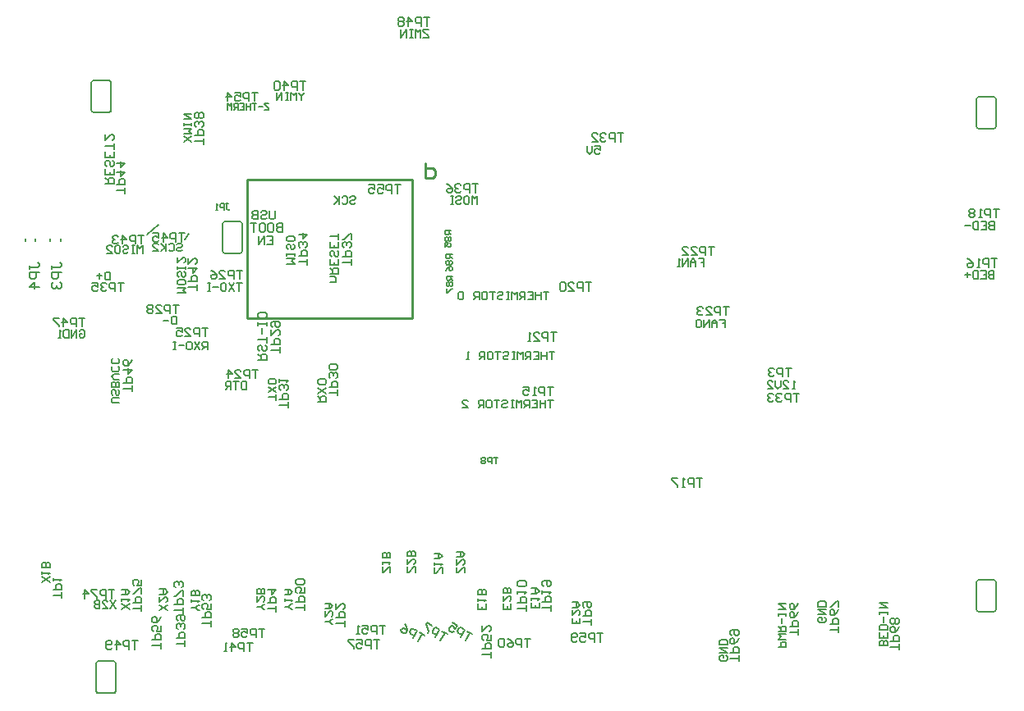
<source format=gbo>
G04*
G04 #@! TF.GenerationSoftware,Altium Limited,Altium Designer,21.0.8 (223)*
G04*
G04 Layer_Color=32896*
%FSLAX25Y25*%
%MOIN*%
G70*
G04*
G04 #@! TF.SameCoordinates,1F3E44D4-B105-4FFE-95C9-EE80C68A8909*
G04*
G04*
G04 #@! TF.FilePolarity,Positive*
G04*
G01*
G75*
%ADD11C,0.00600*%
%ADD12C,0.00800*%
%ADD13C,0.01000*%
%ADD16C,0.00500*%
%ADD24C,0.00787*%
%ADD25C,0.00700*%
G54D11*
X83976Y181019D02*
X84269Y180312D01*
X84976Y180019D01*
Y193019D02*
X84269Y192726D01*
X83976Y192019D01*
X91976D02*
X91684Y192726D01*
X90976Y193019D01*
Y180019D02*
X91684Y180312D01*
X91976Y181019D01*
X397799Y46445D02*
X397506Y47152D01*
X396799Y47445D01*
Y34445D02*
X397506Y34738D01*
X397799Y35445D01*
X389799D02*
X390092Y34738D01*
X390799Y34445D01*
Y47445D02*
X390092Y47152D01*
X389799Y46445D01*
X30683Y238403D02*
X30976Y237696D01*
X31683Y237403D01*
Y250403D02*
X30976Y250110D01*
X30683Y249403D01*
X38683D02*
X38390Y250110D01*
X37683Y250403D01*
Y237403D02*
X38390Y237696D01*
X38683Y238403D01*
X32483Y2303D02*
X32776Y1596D01*
X33483Y1303D01*
Y14303D02*
X32776Y14010D01*
X32483Y13303D01*
X40483D02*
X40190Y14010D01*
X39483Y14303D01*
Y1303D02*
X40190Y1596D01*
X40483Y2303D01*
X389883Y231803D02*
X390176Y231096D01*
X390883Y230803D01*
Y243803D02*
X390176Y243510D01*
X389883Y242803D01*
X397883D02*
X397590Y243510D01*
X396883Y243803D01*
Y230803D02*
X397590Y231096D01*
X397883Y231803D01*
X91976Y181019D02*
Y192019D01*
X84976Y180019D02*
X90976D01*
X84976Y193019D02*
X90976D01*
X83976Y181019D02*
Y192019D01*
X389799Y35445D02*
Y46445D01*
X390799Y47445D02*
X396799D01*
X390799Y34445D02*
X396799D01*
X397799Y35445D02*
Y46445D01*
X38683Y238403D02*
Y249403D01*
X31683Y237403D02*
X37683D01*
X31683Y250403D02*
X37683D01*
X30683Y238403D02*
Y249403D01*
X40483Y2303D02*
Y13303D01*
X33483Y1303D02*
X39483D01*
X33483Y14303D02*
X39483D01*
X32483Y2303D02*
Y13303D01*
X397883Y231803D02*
Y242803D01*
X390883Y230803D02*
X396883D01*
X390883Y243803D02*
X396883D01*
X389883Y231803D02*
Y242803D01*
X13882Y46503D02*
X10683Y48636D01*
X13882D02*
X10683Y46503D01*
Y49702D02*
Y50768D01*
Y50235D01*
X13882D01*
X13349Y49702D01*
X13882Y52368D02*
X10683D01*
Y53967D01*
X11216Y54501D01*
X11749D01*
X12282Y53967D01*
Y52368D01*
Y53967D01*
X12815Y54501D01*
X13349D01*
X13882Y53967D01*
Y52368D01*
X46182Y35603D02*
X42983Y37736D01*
X46182D02*
X42983Y35603D01*
Y38802D02*
Y39868D01*
Y39335D01*
X46182D01*
X45649Y38802D01*
X42983Y41468D02*
X45115D01*
X46182Y42534D01*
X45115Y43601D01*
X42983D01*
X44582D01*
Y41468D01*
X61482Y35103D02*
X58283Y37236D01*
X61482D02*
X58283Y35103D01*
Y40435D02*
Y38302D01*
X60415Y40435D01*
X60948D01*
X61482Y39902D01*
Y38835D01*
X60948Y38302D01*
X58283Y41501D02*
X60415D01*
X61482Y42567D01*
X60415Y43634D01*
X58283D01*
X59882D01*
Y41501D01*
X397058Y193077D02*
Y189878D01*
X395458D01*
X394925Y190411D01*
Y190944D01*
X395458Y191477D01*
X397058D01*
X395458D01*
X394925Y192011D01*
Y192544D01*
X395458Y193077D01*
X397058D01*
X391726D02*
X393859D01*
Y189878D01*
X391726D01*
X393859Y191477D02*
X392792D01*
X390659Y193077D02*
Y189878D01*
X389060D01*
X388527Y190411D01*
Y192544D01*
X389060Y193077D01*
X390659D01*
X387461Y191477D02*
X385328D01*
X396957Y172977D02*
Y169778D01*
X395358D01*
X394825Y170311D01*
Y170844D01*
X395358Y171377D01*
X396957D01*
X395358D01*
X394825Y171911D01*
Y172444D01*
X395358Y172977D01*
X396957D01*
X391626D02*
X393759D01*
Y169778D01*
X391626D01*
X393759Y171377D02*
X392692D01*
X390560Y172977D02*
Y169778D01*
X388960D01*
X388427Y170311D01*
Y172444D01*
X388960Y172977D01*
X390560D01*
X387361Y171377D02*
X385228D01*
X386294Y172444D02*
Y170311D01*
X41982Y119303D02*
X39316D01*
X38783Y119836D01*
Y120903D01*
X39316Y121436D01*
X41982D01*
X41449Y124635D02*
X41982Y124102D01*
Y123035D01*
X41449Y122502D01*
X40915D01*
X40382Y123035D01*
Y124102D01*
X39849Y124635D01*
X39316D01*
X38783Y124102D01*
Y123035D01*
X39316Y122502D01*
X41982Y125701D02*
X38783D01*
Y127301D01*
X39316Y127834D01*
X39849D01*
X40382Y127301D01*
Y125701D01*
Y127301D01*
X40915Y127834D01*
X41449D01*
X41982Y127301D01*
Y125701D01*
Y128900D02*
X39849D01*
X38783Y129966D01*
X39849Y131033D01*
X41982D01*
X41449Y134232D02*
X41982Y133698D01*
Y132632D01*
X41449Y132099D01*
X39316D01*
X38783Y132632D01*
Y133698D01*
X39316Y134232D01*
X41449Y137431D02*
X41982Y136898D01*
Y135831D01*
X41449Y135298D01*
X39316D01*
X38783Y135831D01*
Y136898D01*
X39316Y137431D01*
X25750Y148569D02*
X26283Y149102D01*
X27349D01*
X27883Y148569D01*
Y146436D01*
X27349Y145903D01*
X26283D01*
X25750Y146436D01*
Y147503D01*
X26816D01*
X24684Y145903D02*
Y149102D01*
X22551Y145903D01*
Y149102D01*
X21485D02*
Y145903D01*
X19885D01*
X19352Y146436D01*
Y148569D01*
X19885Y149102D01*
X21485D01*
X18286Y145903D02*
X17220D01*
X17753D01*
Y149102D01*
X18286Y148569D01*
X65183Y154502D02*
Y151303D01*
X63583D01*
X63050Y151836D01*
Y153969D01*
X63583Y154502D01*
X65183D01*
X61984Y152903D02*
X59851D01*
X38183Y172602D02*
Y169403D01*
X36583D01*
X36050Y169936D01*
Y172069D01*
X36583Y172602D01*
X38183D01*
X34984Y171003D02*
X32851D01*
X33917Y172069D02*
Y169936D01*
X234950Y223702D02*
X237083D01*
Y222103D01*
X236016Y222636D01*
X235483D01*
X234950Y222103D01*
Y221036D01*
X235483Y220503D01*
X236549D01*
X237083Y221036D01*
X233884Y223702D02*
Y221569D01*
X232817Y220503D01*
X231751Y221569D01*
Y223702D01*
X187183Y200203D02*
Y203402D01*
X186116Y202336D01*
X185050Y203402D01*
Y200203D01*
X182384Y203402D02*
X183450D01*
X183984Y202869D01*
Y200736D01*
X183450Y200203D01*
X182384D01*
X181851Y200736D01*
Y202869D01*
X182384Y203402D01*
X178652Y202869D02*
X179185Y203402D01*
X180252D01*
X180785Y202869D01*
Y202336D01*
X180252Y201803D01*
X179185D01*
X178652Y201270D01*
Y200736D01*
X179185Y200203D01*
X180252D01*
X180785Y200736D01*
X177586Y203402D02*
X176520D01*
X177053D01*
Y200203D01*
X177586D01*
X176520D01*
X135564Y202863D02*
X136097Y203396D01*
X137164D01*
X137697Y202863D01*
Y202329D01*
X137164Y201796D01*
X136097D01*
X135564Y201263D01*
Y200730D01*
X136097Y200197D01*
X137164D01*
X137697Y200730D01*
X132365Y202863D02*
X132898Y203396D01*
X133965D01*
X134498Y202863D01*
Y200730D01*
X133965Y200197D01*
X132898D01*
X132365Y200730D01*
X131299Y203396D02*
Y200197D01*
Y201263D01*
X129166Y203396D01*
X130766Y201796D01*
X129166Y200197D01*
X109843Y175886D02*
X113041D01*
X111975Y176952D01*
X113041Y178018D01*
X109843D01*
X113041Y179085D02*
Y180151D01*
Y179618D01*
X109843D01*
Y179085D01*
Y180151D01*
X112508Y183883D02*
X113041Y183350D01*
Y182284D01*
X112508Y181751D01*
X111975D01*
X111442Y182284D01*
Y183350D01*
X110909Y183883D01*
X110376D01*
X109843Y183350D01*
Y182284D01*
X110376Y181751D01*
X113041Y186549D02*
Y185483D01*
X112508Y184950D01*
X110376D01*
X109843Y185483D01*
Y186549D01*
X110376Y187082D01*
X112508D01*
X113041Y186549D01*
X167483Y271102D02*
X165350D01*
Y270569D01*
X167483Y268436D01*
Y267903D01*
X165350D01*
X164284D02*
Y271102D01*
X163217Y270036D01*
X162151Y271102D01*
Y267903D01*
X161085Y271102D02*
X160018D01*
X160552D01*
Y267903D01*
X161085D01*
X160018D01*
X158419D02*
Y271102D01*
X156286Y267903D01*
Y271102D01*
X116983Y245602D02*
Y245069D01*
X115916Y244003D01*
X114850Y245069D01*
Y245602D01*
X115916Y244003D02*
Y242403D01*
X113784D02*
Y245602D01*
X112717Y244536D01*
X111651Y245602D01*
Y242403D01*
X110585Y245602D02*
X109518D01*
X110052D01*
Y242403D01*
X110585D01*
X109518D01*
X107919D02*
Y245602D01*
X105786Y242403D01*
Y245602D01*
X71282Y225603D02*
X68083Y227736D01*
X71282D02*
X68083Y225603D01*
Y228802D02*
X71282D01*
X70215Y229868D01*
X71282Y230935D01*
X68083D01*
X71282Y232001D02*
Y233067D01*
Y232534D01*
X68083D01*
Y232001D01*
Y233067D01*
Y234667D02*
X71282D01*
X68083Y236800D01*
X71282D01*
X51383Y180103D02*
Y183302D01*
X50316Y182236D01*
X49250Y183302D01*
Y180103D01*
X48184Y183302D02*
X47117D01*
X47651D01*
Y180103D01*
X48184D01*
X47117D01*
X43385Y182769D02*
X43918Y183302D01*
X44985D01*
X45518Y182769D01*
Y182236D01*
X44985Y181703D01*
X43918D01*
X43385Y181169D01*
Y180636D01*
X43918Y180103D01*
X44985D01*
X45518Y180636D01*
X40720Y183302D02*
X41786D01*
X42319Y182769D01*
Y180636D01*
X41786Y180103D01*
X40720D01*
X40186Y180636D01*
Y182769D01*
X40720Y183302D01*
X36987Y180103D02*
X39120D01*
X36987Y182236D01*
Y182769D01*
X37521Y183302D01*
X38587D01*
X39120Y182769D01*
X65250Y183669D02*
X65783Y184202D01*
X66849D01*
X67383Y183669D01*
Y183136D01*
X66849Y182603D01*
X65783D01*
X65250Y182070D01*
Y181536D01*
X65783Y181003D01*
X66849D01*
X67383Y181536D01*
X62051Y183669D02*
X62584Y184202D01*
X63651D01*
X64184Y183669D01*
Y181536D01*
X63651Y181003D01*
X62584D01*
X62051Y181536D01*
X60985Y184202D02*
Y181003D01*
Y182070D01*
X58852Y184202D01*
X60452Y182603D01*
X58852Y181003D01*
X55653D02*
X57786D01*
X55653Y183136D01*
Y183669D01*
X56186Y184202D01*
X57253D01*
X57786Y183669D01*
X65683Y164103D02*
X68882D01*
X67815Y165170D01*
X68882Y166236D01*
X65683D01*
X68882Y168902D02*
Y167835D01*
X68348Y167302D01*
X66216D01*
X65683Y167835D01*
Y168902D01*
X66216Y169435D01*
X68348D01*
X68882Y168902D01*
X68348Y172634D02*
X68882Y172101D01*
Y171034D01*
X68348Y170501D01*
X67815D01*
X67282Y171034D01*
Y172101D01*
X66749Y172634D01*
X66216D01*
X65683Y172101D01*
Y171034D01*
X66216Y170501D01*
X68882Y173700D02*
Y174766D01*
Y174233D01*
X65683D01*
Y173700D01*
Y174766D01*
Y178498D02*
Y176366D01*
X67815Y178498D01*
X68348D01*
X68882Y177965D01*
Y176899D01*
X68348Y176366D01*
X91732Y167963D02*
X89600D01*
X90666D01*
Y164764D01*
X88533Y167963D02*
X86401Y164764D01*
Y167963D02*
X88533Y164764D01*
X85334Y167430D02*
X84801Y167963D01*
X83735D01*
X83202Y167430D01*
Y165297D01*
X83735Y164764D01*
X84801D01*
X85334Y165297D01*
Y167430D01*
X82135Y166363D02*
X80003D01*
X78936Y167963D02*
X77870D01*
X78403D01*
Y164764D01*
X78936D01*
X77870D01*
X93583Y128102D02*
Y124903D01*
X91983D01*
X91450Y125436D01*
Y127569D01*
X91983Y128102D01*
X93583D01*
X90384D02*
X88251D01*
X89317D01*
Y124903D01*
X87185D02*
Y128102D01*
X85585D01*
X85052Y127569D01*
Y126503D01*
X85585Y125970D01*
X87185D01*
X86118D02*
X85052Y124903D01*
X105582Y120603D02*
Y122736D01*
Y121669D01*
X102383D01*
X105582Y123802D02*
X102383Y125935D01*
X105582D02*
X102383Y123802D01*
X105049Y127001D02*
X105582Y127534D01*
Y128601D01*
X105049Y129134D01*
X102916D01*
X102383Y128601D01*
Y127534D01*
X102916Y127001D01*
X105049D01*
X218083Y120602D02*
X215950D01*
X217016D01*
Y117403D01*
X214884Y120602D02*
Y117403D01*
Y119003D01*
X212751D01*
Y120602D01*
Y117403D01*
X209552Y120602D02*
X211685D01*
Y117403D01*
X209552D01*
X211685Y119003D02*
X210618D01*
X208486Y117403D02*
Y120602D01*
X206886D01*
X206353Y120069D01*
Y119003D01*
X206886Y118470D01*
X208486D01*
X207419D02*
X206353Y117403D01*
X205287D02*
Y120602D01*
X204221Y119536D01*
X203154Y120602D01*
Y117403D01*
X202088Y120602D02*
X201022D01*
X201555D01*
Y117403D01*
X202088D01*
X201022D01*
X197289Y120069D02*
X197823Y120602D01*
X198889D01*
X199422Y120069D01*
Y119536D01*
X198889Y119003D01*
X197823D01*
X197289Y118470D01*
Y117936D01*
X197823Y117403D01*
X198889D01*
X199422Y117936D01*
X196223Y120602D02*
X194090D01*
X195157D01*
Y117403D01*
X191425Y120602D02*
X192491D01*
X193024Y120069D01*
Y117936D01*
X192491Y117403D01*
X191425D01*
X190892Y117936D01*
Y120069D01*
X191425Y120602D01*
X189825Y117403D02*
Y120602D01*
X188226D01*
X187692Y120069D01*
Y119003D01*
X188226Y118470D01*
X189825D01*
X188759D02*
X187692Y117403D01*
X181295D02*
X183427D01*
X181295Y119536D01*
Y120069D01*
X181828Y120602D01*
X182894D01*
X183427Y120069D01*
X218583Y140202D02*
X216450D01*
X217516D01*
Y137003D01*
X215384Y140202D02*
Y137003D01*
Y138603D01*
X213251D01*
Y140202D01*
Y137003D01*
X210052Y140202D02*
X212185D01*
Y137003D01*
X210052D01*
X212185Y138603D02*
X211118D01*
X208986Y137003D02*
Y140202D01*
X207386D01*
X206853Y139669D01*
Y138603D01*
X207386Y138069D01*
X208986D01*
X207920D02*
X206853Y137003D01*
X205787D02*
Y140202D01*
X204720Y139136D01*
X203654Y140202D01*
Y137003D01*
X202588Y140202D02*
X201521D01*
X202055D01*
Y137003D01*
X202588D01*
X201521D01*
X197789Y139669D02*
X198323Y140202D01*
X199389D01*
X199922Y139669D01*
Y139136D01*
X199389Y138603D01*
X198323D01*
X197789Y138069D01*
Y137536D01*
X198323Y137003D01*
X199389D01*
X199922Y137536D01*
X196723Y140202D02*
X194590D01*
X195657D01*
Y137003D01*
X191925Y140202D02*
X192991D01*
X193524Y139669D01*
Y137536D01*
X192991Y137003D01*
X191925D01*
X191392Y137536D01*
Y139669D01*
X191925Y140202D01*
X190325Y137003D02*
Y140202D01*
X188726D01*
X188192Y139669D01*
Y138603D01*
X188726Y138069D01*
X190325D01*
X189259D02*
X188192Y137003D01*
X183927D02*
X182861D01*
X183394D01*
Y140202D01*
X183927Y139669D01*
X216283Y164602D02*
X214150D01*
X215216D01*
Y161403D01*
X213084Y164602D02*
Y161403D01*
Y163003D01*
X210951D01*
Y164602D01*
Y161403D01*
X207752Y164602D02*
X209885D01*
Y161403D01*
X207752D01*
X209885Y163003D02*
X208818D01*
X206686Y161403D02*
Y164602D01*
X205086D01*
X204553Y164069D01*
Y163003D01*
X205086Y162469D01*
X206686D01*
X205620D02*
X204553Y161403D01*
X203487D02*
Y164602D01*
X202420Y163536D01*
X201354Y164602D01*
Y161403D01*
X200288Y164602D02*
X199222D01*
X199755D01*
Y161403D01*
X200288D01*
X199222D01*
X195489Y164069D02*
X196023Y164602D01*
X197089D01*
X197622Y164069D01*
Y163536D01*
X197089Y163003D01*
X196023D01*
X195489Y162469D01*
Y161936D01*
X196023Y161403D01*
X197089D01*
X197622Y161936D01*
X194423Y164602D02*
X192290D01*
X193357D01*
Y161403D01*
X189625Y164602D02*
X190691D01*
X191224Y164069D01*
Y161936D01*
X190691Y161403D01*
X189625D01*
X189092Y161936D01*
Y164069D01*
X189625Y164602D01*
X188025Y161403D02*
Y164602D01*
X186426D01*
X185892Y164069D01*
Y163003D01*
X186426Y162469D01*
X188025D01*
X186959D02*
X185892Y161403D01*
X181627Y164069D02*
X181094Y164602D01*
X180028D01*
X179495Y164069D01*
Y161936D01*
X180028Y161403D01*
X181094D01*
X181627Y161936D01*
Y164069D01*
X277050Y178002D02*
X279183D01*
Y176403D01*
X278116D01*
X279183D01*
Y174803D01*
X275984D02*
Y176936D01*
X274917Y178002D01*
X273851Y176936D01*
Y174803D01*
Y176403D01*
X275984D01*
X272785Y174803D02*
Y178002D01*
X270652Y174803D01*
Y178002D01*
X269586Y174803D02*
X268519D01*
X269053D01*
Y178002D01*
X269586Y177469D01*
X285625Y153277D02*
X287757D01*
Y151677D01*
X286691D01*
X287757D01*
Y150078D01*
X284559D02*
Y152211D01*
X283492Y153277D01*
X282426Y152211D01*
Y150078D01*
Y151677D01*
X284559D01*
X281360Y150078D02*
Y153277D01*
X279227Y150078D01*
Y153277D01*
X278161Y152744D02*
X277627Y153277D01*
X276561D01*
X276028Y152744D01*
Y150611D01*
X276561Y150078D01*
X277627D01*
X278161Y150611D01*
Y152744D01*
X316283Y125103D02*
X315216D01*
X315750D01*
Y128302D01*
X316283Y127769D01*
X311484Y125103D02*
X313617D01*
X311484Y127236D01*
Y127769D01*
X312017Y128302D01*
X313084D01*
X313617Y127769D01*
X310418Y128302D02*
Y126170D01*
X309352Y125103D01*
X308285Y126170D01*
Y128302D01*
X305086Y125103D02*
X307219D01*
X305086Y127236D01*
Y127769D01*
X305620Y128302D01*
X306686D01*
X307219Y127769D01*
X353856Y20678D02*
X350658D01*
Y22277D01*
X351191Y22811D01*
X351724D01*
X352257Y22277D01*
Y20678D01*
Y22277D01*
X352790Y22811D01*
X353323D01*
X353856Y22277D01*
Y20678D01*
Y26010D02*
Y23877D01*
X350658D01*
Y26010D01*
X352257Y23877D02*
Y24943D01*
X353856Y27076D02*
X350658D01*
Y28675D01*
X351191Y29208D01*
X353323D01*
X353856Y28675D01*
Y27076D01*
X352257Y30275D02*
Y32408D01*
X353856Y33474D02*
Y34540D01*
Y34007D01*
X350658D01*
Y33474D01*
Y34540D01*
Y36140D02*
X353856D01*
X350658Y38272D01*
X353856D01*
X328348Y32236D02*
X328882Y31703D01*
Y30636D01*
X328348Y30103D01*
X326216D01*
X325683Y30636D01*
Y31703D01*
X326216Y32236D01*
X327282D01*
Y31170D01*
X325683Y33302D02*
X328882D01*
X325683Y35435D01*
X328882D01*
Y36501D02*
X325683D01*
Y38101D01*
X326216Y38634D01*
X328348D01*
X328882Y38101D01*
Y36501D01*
X309358Y20078D02*
X312556D01*
Y21677D01*
X312023Y22211D01*
X310957D01*
X310424Y21677D01*
Y20078D01*
X312556Y23277D02*
X309358D01*
X310424Y24343D01*
X309358Y25410D01*
X312556D01*
X309358Y26476D02*
X312556D01*
Y28075D01*
X312023Y28609D01*
X310957D01*
X310424Y28075D01*
Y26476D01*
Y27542D02*
X309358Y28609D01*
X310957Y29675D02*
Y31808D01*
X312556Y32874D02*
Y33940D01*
Y33407D01*
X309358D01*
Y32874D01*
Y33940D01*
Y35540D02*
X312556D01*
X309358Y37672D01*
X312556D01*
X288223Y16711D02*
X288756Y16177D01*
Y15111D01*
X288223Y14578D01*
X286091D01*
X285558Y15111D01*
Y16177D01*
X286091Y16711D01*
X287157D01*
Y15644D01*
X285558Y17777D02*
X288756D01*
X285558Y19910D01*
X288756D01*
Y20976D02*
X285558D01*
Y22575D01*
X286091Y23109D01*
X288223D01*
X288756Y22575D01*
Y20976D01*
X190882Y37636D02*
Y35503D01*
X187683D01*
Y37636D01*
X189282Y35503D02*
Y36569D01*
X187683Y38702D02*
Y39768D01*
Y39235D01*
X190882D01*
X190348Y38702D01*
X190882Y41368D02*
X187683D01*
Y42967D01*
X188216Y43501D01*
X188749D01*
X189282Y42967D01*
Y41368D01*
Y42967D01*
X189815Y43501D01*
X190348D01*
X190882Y42967D01*
Y41368D01*
X212382Y38136D02*
Y36003D01*
X209183D01*
Y38136D01*
X210782Y36003D02*
Y37069D01*
X209183Y39202D02*
Y40268D01*
Y39735D01*
X212382D01*
X211848Y39202D01*
X209183Y41868D02*
X211315D01*
X212382Y42934D01*
X211315Y44001D01*
X209183D01*
X210782D01*
Y41868D01*
X228956Y31911D02*
Y29778D01*
X225758D01*
Y31911D01*
X227357Y29778D02*
Y30844D01*
X225758Y35110D02*
Y32977D01*
X227890Y35110D01*
X228423D01*
X228956Y34576D01*
Y33510D01*
X228423Y32977D01*
X225758Y36176D02*
X227890D01*
X228956Y37242D01*
X227890Y38309D01*
X225758D01*
X227357D01*
Y36176D01*
X200982Y37736D02*
Y35603D01*
X197783D01*
Y37736D01*
X199382Y35603D02*
Y36669D01*
X197783Y40935D02*
Y38802D01*
X199915Y40935D01*
X200448D01*
X200982Y40402D01*
Y39335D01*
X200448Y38802D01*
X200982Y42001D02*
X197783D01*
Y43601D01*
X198316Y44134D01*
X198849D01*
X199382Y43601D01*
Y42001D01*
Y43601D01*
X199915Y44134D01*
X200448D01*
X200982Y43601D01*
Y42001D01*
X162056Y50578D02*
Y52711D01*
X161523D01*
X159391Y50578D01*
X158858D01*
Y52711D01*
Y55910D02*
Y53777D01*
X160990Y55910D01*
X161523D01*
X162056Y55376D01*
Y54310D01*
X161523Y53777D01*
X162056Y56976D02*
X158858D01*
Y58575D01*
X159391Y59109D01*
X159924D01*
X160457Y58575D01*
Y56976D01*
Y58575D01*
X160990Y59109D01*
X161523D01*
X162056Y58575D01*
Y56976D01*
X182156Y50378D02*
Y52511D01*
X181623D01*
X179491Y50378D01*
X178957D01*
Y52511D01*
Y55710D02*
Y53577D01*
X181090Y55710D01*
X181623D01*
X182156Y55176D01*
Y54110D01*
X181623Y53577D01*
X178957Y56776D02*
X181090D01*
X182156Y57842D01*
X181090Y58908D01*
X178957D01*
X180557D01*
Y56776D01*
X173082Y50203D02*
Y52336D01*
X172548D01*
X170416Y50203D01*
X169883D01*
Y52336D01*
Y53402D02*
Y54468D01*
Y53935D01*
X173082D01*
X172548Y53402D01*
X169883Y56068D02*
X172015D01*
X173082Y57134D01*
X172015Y58201D01*
X169883D01*
X171482D01*
Y56068D01*
X151956Y50578D02*
Y52711D01*
X151423D01*
X149291Y50578D01*
X148758D01*
Y52711D01*
Y53777D02*
Y54843D01*
Y54310D01*
X151956D01*
X151423Y53777D01*
X151956Y56443D02*
X148758D01*
Y58042D01*
X149291Y58575D01*
X149824D01*
X150357Y58042D01*
Y56443D01*
Y58042D01*
X150890Y58575D01*
X151423D01*
X151956Y58042D01*
Y56443D01*
X100982Y35403D02*
X100449D01*
X99382Y36470D01*
X100449Y37536D01*
X100982D01*
X99382Y36470D02*
X97783D01*
Y40735D02*
Y38602D01*
X99915Y40735D01*
X100449D01*
X100982Y40202D01*
Y39135D01*
X100449Y38602D01*
X100982Y41801D02*
X97783D01*
Y43401D01*
X98316Y43934D01*
X98849D01*
X99382Y43401D01*
Y41801D01*
Y43401D01*
X99915Y43934D01*
X100449D01*
X100982Y43401D01*
Y41801D01*
X128682Y29303D02*
X128148D01*
X127082Y30369D01*
X128148Y31436D01*
X128682D01*
X127082Y30369D02*
X125483D01*
Y34635D02*
Y32502D01*
X127615Y34635D01*
X128148D01*
X128682Y34102D01*
Y33035D01*
X128148Y32502D01*
X125483Y35701D02*
X127615D01*
X128682Y36767D01*
X127615Y37834D01*
X125483D01*
X127082D01*
Y35701D01*
X112282Y35503D02*
X111749D01*
X110682Y36569D01*
X111749Y37636D01*
X112282D01*
X110682Y36569D02*
X109083D01*
Y38702D02*
Y39768D01*
Y39235D01*
X112282D01*
X111749Y38702D01*
X109083Y41368D02*
X111215D01*
X112282Y42434D01*
X111215Y43501D01*
X109083D01*
X110682D01*
Y41368D01*
X74382Y35103D02*
X73848D01*
X72782Y36169D01*
X73848Y37236D01*
X74382D01*
X72782Y36169D02*
X71183D01*
Y38302D02*
Y39368D01*
Y38835D01*
X74382D01*
X73848Y38302D01*
X74382Y40968D02*
X71183D01*
Y42567D01*
X71716Y43101D01*
X72249D01*
X72782Y42567D01*
Y40968D01*
Y42567D01*
X73315Y43101D01*
X73848D01*
X74382Y42567D01*
Y40968D01*
X40383Y39102D02*
X38250Y35903D01*
Y39102D02*
X40383Y35903D01*
X35051D02*
X37184D01*
X35051Y38036D01*
Y38569D01*
X35584Y39102D01*
X36650D01*
X37184Y38569D01*
X33985Y39102D02*
Y35903D01*
X32385D01*
X31852Y36436D01*
Y36970D01*
X32385Y37503D01*
X33985D01*
X32385D01*
X31852Y38036D01*
Y38569D01*
X32385Y39102D01*
X33985D01*
X122483Y119703D02*
X125981D01*
Y121453D01*
X125398Y122036D01*
X124232D01*
X123649Y121453D01*
Y119703D01*
Y120869D02*
X122483Y122036D01*
X125981Y123202D02*
X122483Y125535D01*
X125981D02*
X122483Y123202D01*
X125398Y126701D02*
X125981Y127284D01*
Y128450D01*
X125398Y129034D01*
X123066D01*
X122483Y128450D01*
Y127284D01*
X123066Y126701D01*
X125398D01*
X98228Y136909D02*
X101727D01*
Y138659D01*
X101144Y139242D01*
X99978D01*
X99395Y138659D01*
Y136909D01*
Y138076D02*
X98228Y139242D01*
X101144Y142741D02*
X101727Y142158D01*
Y140991D01*
X101144Y140408D01*
X100561D01*
X99978Y140991D01*
Y142158D01*
X99395Y142741D01*
X98812D01*
X98228Y142158D01*
Y140991D01*
X98812Y140408D01*
X101727Y143907D02*
Y146240D01*
Y145073D01*
X98228D01*
X99978Y147406D02*
Y149739D01*
X101727Y150905D02*
Y152071D01*
Y151488D01*
X98228D01*
Y150905D01*
Y152071D01*
X101727Y155570D02*
Y154404D01*
X101144Y153821D01*
X98812D01*
X98228Y154404D01*
Y155570D01*
X98812Y156153D01*
X101144D01*
X101727Y155570D01*
X77756Y141043D02*
Y144242D01*
X76156D01*
X75623Y143709D01*
Y142643D01*
X76156Y142110D01*
X77756D01*
X76690D02*
X75623Y141043D01*
X74557Y144242D02*
X72424Y141043D01*
Y144242D02*
X74557Y141043D01*
X71358Y143709D02*
X70825Y144242D01*
X69758D01*
X69225Y143709D01*
Y141577D01*
X69758Y141043D01*
X70825D01*
X71358Y141577D01*
Y143709D01*
X68159Y142643D02*
X66026D01*
X64960Y144242D02*
X63894D01*
X64427D01*
Y141043D01*
X64960D01*
X63894D01*
X105217Y197495D02*
Y194579D01*
X104633Y193996D01*
X103467D01*
X102884Y194579D01*
Y197495D01*
X99385Y196912D02*
X99968Y197495D01*
X101135D01*
X101718Y196912D01*
Y196329D01*
X101135Y195746D01*
X99968D01*
X99385Y195162D01*
Y194579D01*
X99968Y193996D01*
X101135D01*
X101718Y194579D01*
X98219Y197495D02*
Y193996D01*
X96469D01*
X95886Y194579D01*
Y195162D01*
X96469Y195746D01*
X98219D01*
X96469D01*
X95886Y196329D01*
Y196912D01*
X96469Y197495D01*
X98219D01*
X108169Y192377D02*
Y188878D01*
X106420D01*
X105837Y189461D01*
Y190044D01*
X106420Y190627D01*
X108169D01*
X106420D01*
X105837Y191210D01*
Y191794D01*
X106420Y192377D01*
X108169D01*
X102921D02*
X104087D01*
X104670Y191794D01*
Y189461D01*
X104087Y188878D01*
X102921D01*
X102338Y189461D01*
Y191794D01*
X102921Y192377D01*
X99422D02*
X100588D01*
X101172Y191794D01*
Y189461D01*
X100588Y188878D01*
X99422D01*
X98839Y189461D01*
Y191794D01*
X99422Y192377D01*
X97673D02*
X95340D01*
X96506D01*
Y188878D01*
X101900Y187259D02*
X104232D01*
Y183760D01*
X101900D01*
X104232Y185509D02*
X103066D01*
X100733Y183760D02*
Y187259D01*
X98401Y183760D01*
Y187259D01*
X36283Y208603D02*
X39781D01*
Y210353D01*
X39198Y210936D01*
X38032D01*
X37449Y210353D01*
Y208603D01*
Y209769D02*
X36283Y210936D01*
X39781Y214435D02*
Y212102D01*
X36283D01*
Y214435D01*
X38032Y212102D02*
Y213268D01*
X39198Y217934D02*
X39781Y217350D01*
Y216184D01*
X39198Y215601D01*
X38615D01*
X38032Y216184D01*
Y217350D01*
X37449Y217934D01*
X36866D01*
X36283Y217350D01*
Y216184D01*
X36866Y215601D01*
X39781Y221432D02*
Y219100D01*
X36283D01*
Y221432D01*
X38032Y219100D02*
Y220266D01*
X39781Y222599D02*
Y224931D01*
Y223765D01*
X36283D01*
Y228430D02*
Y226097D01*
X38615Y228430D01*
X39198D01*
X39781Y227847D01*
Y226681D01*
X39198Y226097D01*
X127483Y168403D02*
X129815D01*
Y170153D01*
X129232Y170736D01*
X127483D01*
Y171902D02*
X130982D01*
Y173651D01*
X130398Y174235D01*
X129232D01*
X128649Y173651D01*
Y171902D01*
Y173068D02*
X127483Y174235D01*
X130982Y177734D02*
Y175401D01*
X127483D01*
Y177734D01*
X129232Y175401D02*
Y176567D01*
X130398Y181232D02*
X130982Y180649D01*
Y179483D01*
X130398Y178900D01*
X129815D01*
X129232Y179483D01*
Y180649D01*
X128649Y181232D01*
X128066D01*
X127483Y180649D01*
Y179483D01*
X128066Y178900D01*
X130982Y184731D02*
Y182399D01*
X127483D01*
Y184731D01*
X129232Y182399D02*
Y183565D01*
X130982Y185898D02*
Y188230D01*
Y187064D01*
X127483D01*
X208783Y23602D02*
X206450D01*
X207616D01*
Y20103D01*
X205284D02*
Y23602D01*
X203534D01*
X202951Y23019D01*
Y21853D01*
X203534Y21269D01*
X205284D01*
X199452Y23602D02*
X200619Y23019D01*
X201785Y21853D01*
Y20686D01*
X201202Y20103D01*
X200036D01*
X199452Y20686D01*
Y21269D01*
X200036Y21853D01*
X201785D01*
X198286Y23019D02*
X197703Y23602D01*
X196537D01*
X195954Y23019D01*
Y20686D01*
X196537Y20103D01*
X197703D01*
X198286Y20686D01*
Y23019D01*
X238283Y25702D02*
X235950D01*
X237116D01*
Y22203D01*
X234784D02*
Y25702D01*
X233034D01*
X232451Y25119D01*
Y23953D01*
X233034Y23369D01*
X234784D01*
X228952Y25702D02*
X231285D01*
Y23953D01*
X230119Y24536D01*
X229536D01*
X228952Y23953D01*
Y22786D01*
X229536Y22203D01*
X230702D01*
X231285Y22786D01*
X227786D02*
X227203Y22203D01*
X226037D01*
X225453Y22786D01*
Y25119D01*
X226037Y25702D01*
X227203D01*
X227786Y25119D01*
Y24536D01*
X227203Y23953D01*
X225453D01*
X100883Y27602D02*
X98550D01*
X99716D01*
Y24103D01*
X97384D02*
Y27602D01*
X95634D01*
X95051Y27019D01*
Y25853D01*
X95634Y25269D01*
X97384D01*
X91552Y27602D02*
X93885D01*
Y25853D01*
X92719Y26436D01*
X92136D01*
X91552Y25853D01*
Y24686D01*
X92136Y24103D01*
X93302D01*
X93885Y24686D01*
X90386Y27019D02*
X89803Y27602D01*
X88637D01*
X88054Y27019D01*
Y26436D01*
X88637Y25853D01*
X88054Y25269D01*
Y24686D01*
X88637Y24103D01*
X89803D01*
X90386Y24686D01*
Y25269D01*
X89803Y25853D01*
X90386Y26436D01*
Y27019D01*
X89803Y25853D02*
X88637D01*
X147583Y23002D02*
X145250D01*
X146416D01*
Y19503D01*
X144084D02*
Y23002D01*
X142334D01*
X141751Y22419D01*
Y21253D01*
X142334Y20669D01*
X144084D01*
X138252Y23002D02*
X140585D01*
Y21253D01*
X139419Y21836D01*
X138836D01*
X138252Y21253D01*
Y20086D01*
X138836Y19503D01*
X140002D01*
X140585Y20086D01*
X137086Y23002D02*
X134754D01*
Y22419D01*
X137086Y20086D01*
Y19503D01*
X58782D02*
Y21836D01*
Y20669D01*
X55283D01*
Y23002D02*
X58782D01*
Y24751D01*
X58198Y25335D01*
X57032D01*
X56449Y24751D01*
Y23002D01*
X58782Y28833D02*
Y26501D01*
X57032D01*
X57615Y27667D01*
Y28250D01*
X57032Y28833D01*
X55866D01*
X55283Y28250D01*
Y27084D01*
X55866Y26501D01*
X58782Y32332D02*
X58198Y31166D01*
X57032Y30000D01*
X55866D01*
X55283Y30583D01*
Y31749D01*
X55866Y32332D01*
X56449D01*
X57032Y31749D01*
Y30000D01*
X49483Y22702D02*
X47150D01*
X48316D01*
Y19203D01*
X45984D02*
Y22702D01*
X44234D01*
X43651Y22119D01*
Y20953D01*
X44234Y20369D01*
X45984D01*
X40736Y19203D02*
Y22702D01*
X42485Y20953D01*
X40152D01*
X38986Y19786D02*
X38403Y19203D01*
X37237D01*
X36654Y19786D01*
Y22119D01*
X37237Y22702D01*
X38403D01*
X38986Y22119D01*
Y21536D01*
X38403Y20953D01*
X36654D01*
X96183Y21902D02*
X93850D01*
X95016D01*
Y18403D01*
X92684D02*
Y21902D01*
X90934D01*
X90351Y21319D01*
Y20153D01*
X90934Y19569D01*
X92684D01*
X87436Y18403D02*
Y21902D01*
X89185Y20153D01*
X86852D01*
X85686Y18403D02*
X84520D01*
X85103D01*
Y21902D01*
X85686Y21319D01*
X68682Y20303D02*
Y22636D01*
Y21469D01*
X65183D01*
Y23802D02*
X68682D01*
Y25551D01*
X68098Y26135D01*
X66932D01*
X66349Y25551D01*
Y23802D01*
X68098Y27301D02*
X68682Y27884D01*
Y29050D01*
X68098Y29634D01*
X67515D01*
X66932Y29050D01*
Y28467D01*
Y29050D01*
X66349Y29634D01*
X65766D01*
X65183Y29050D01*
Y27884D01*
X65766Y27301D01*
Y30800D02*
X65183Y31383D01*
Y32549D01*
X65766Y33132D01*
X68098D01*
X68682Y32549D01*
Y31383D01*
X68098Y30800D01*
X67515D01*
X66932Y31383D01*
Y33132D01*
X156063Y208026D02*
X153730D01*
X154897D01*
Y204528D01*
X152564D02*
Y208026D01*
X150815D01*
X150232Y207443D01*
Y206277D01*
X150815Y205694D01*
X152564D01*
X146733Y208026D02*
X149065D01*
Y206277D01*
X147899Y206860D01*
X147316D01*
X146733Y206277D01*
Y205111D01*
X147316Y204528D01*
X148482D01*
X149065Y205111D01*
X143234Y208026D02*
X145566D01*
Y206277D01*
X144400Y206860D01*
X143817D01*
X143234Y206277D01*
Y205111D01*
X143817Y204528D01*
X144983D01*
X145566Y205111D01*
X98083Y245502D02*
X95750D01*
X96916D01*
Y242003D01*
X94584D02*
Y245502D01*
X92834D01*
X92251Y244919D01*
Y243753D01*
X92834Y243169D01*
X94584D01*
X88752Y245502D02*
X91085D01*
Y243753D01*
X89919Y244336D01*
X89336D01*
X88752Y243753D01*
Y242586D01*
X89336Y242003D01*
X90502D01*
X91085Y242586D01*
X85837Y242003D02*
Y245502D01*
X87586Y243753D01*
X85254D01*
X43783Y168202D02*
X41450D01*
X42616D01*
Y164703D01*
X40284D02*
Y168202D01*
X38534D01*
X37951Y167619D01*
Y166453D01*
X38534Y165869D01*
X40284D01*
X36785Y167619D02*
X36202Y168202D01*
X35035D01*
X34452Y167619D01*
Y167036D01*
X35035Y166453D01*
X35619D01*
X35035D01*
X34452Y165869D01*
Y165286D01*
X35035Y164703D01*
X36202D01*
X36785Y165286D01*
X30953Y168202D02*
X33286D01*
Y166453D01*
X32120Y167036D01*
X31537D01*
X30953Y166453D01*
Y165286D01*
X31537Y164703D01*
X32703D01*
X33286Y165286D01*
X66183Y159202D02*
X63850D01*
X65016D01*
Y155703D01*
X62684D02*
Y159202D01*
X60934D01*
X60351Y158619D01*
Y157453D01*
X60934Y156869D01*
X62684D01*
X56852Y155703D02*
X59185D01*
X56852Y158036D01*
Y158619D01*
X57436Y159202D01*
X58602D01*
X59185Y158619D01*
X55686D02*
X55103Y159202D01*
X53937D01*
X53354Y158619D01*
Y158036D01*
X53937Y157453D01*
X53354Y156869D01*
Y156286D01*
X53937Y155703D01*
X55103D01*
X55686Y156286D01*
Y156869D01*
X55103Y157453D01*
X55686Y158036D01*
Y158619D01*
X55103Y157453D02*
X53937D01*
X67782Y33803D02*
Y36136D01*
Y34969D01*
X64283D01*
Y37302D02*
X67782D01*
Y39051D01*
X67198Y39635D01*
X66032D01*
X65449Y39051D01*
Y37302D01*
X67782Y40801D02*
Y43134D01*
X67198D01*
X64866Y40801D01*
X64283D01*
X67198Y44300D02*
X67782Y44883D01*
Y46049D01*
X67198Y46632D01*
X66615D01*
X66032Y46049D01*
Y45466D01*
Y46049D01*
X65449Y46632D01*
X64866D01*
X64283Y46049D01*
Y44883D01*
X64866Y44300D01*
X39983Y43402D02*
X37650D01*
X38816D01*
Y39903D01*
X36484D02*
Y43402D01*
X34734D01*
X34151Y42819D01*
Y41653D01*
X34734Y41069D01*
X36484D01*
X32985Y43402D02*
X30652D01*
Y42819D01*
X32985Y40486D01*
Y39903D01*
X27737D02*
Y43402D01*
X29486Y41653D01*
X27154D01*
X50856Y34778D02*
Y37110D01*
Y35944D01*
X47357D01*
Y38277D02*
X50856D01*
Y40026D01*
X50273Y40609D01*
X49107D01*
X48524Y40026D01*
Y38277D01*
X50856Y41776D02*
Y44108D01*
X50273D01*
X47941Y41776D01*
X47357D01*
X50856Y47607D02*
Y45275D01*
X49107D01*
X49690Y46441D01*
Y47024D01*
X49107Y47607D01*
X47941D01*
X47357Y47024D01*
Y45858D01*
X47941Y45275D01*
X246583Y229002D02*
X244250D01*
X245416D01*
Y225503D01*
X243084D02*
Y229002D01*
X241334D01*
X240751Y228419D01*
Y227253D01*
X241334Y226669D01*
X243084D01*
X239585Y228419D02*
X239002Y229002D01*
X237836D01*
X237252Y228419D01*
Y227836D01*
X237836Y227253D01*
X238419D01*
X237836D01*
X237252Y226669D01*
Y226086D01*
X237836Y225503D01*
X239002D01*
X239585Y226086D01*
X233753Y225503D02*
X236086D01*
X233753Y227836D01*
Y228419D01*
X234337Y229002D01*
X235503D01*
X236086Y228419D01*
X110482Y117403D02*
Y119736D01*
Y118569D01*
X106983D01*
Y120902D02*
X110482D01*
Y122651D01*
X109898Y123235D01*
X108732D01*
X108149Y122651D01*
Y120902D01*
X109898Y124401D02*
X110482Y124984D01*
Y126150D01*
X109898Y126734D01*
X109315D01*
X108732Y126150D01*
Y125567D01*
Y126150D01*
X108149Y126734D01*
X107566D01*
X106983Y126150D01*
Y124984D01*
X107566Y124401D01*
X106983Y127900D02*
Y129066D01*
Y128483D01*
X110482D01*
X109898Y127900D01*
X130581Y122303D02*
Y124636D01*
Y123469D01*
X127083D01*
Y125802D02*
X130581D01*
Y127551D01*
X129998Y128135D01*
X128832D01*
X128249Y127551D01*
Y125802D01*
X129998Y129301D02*
X130581Y129884D01*
Y131050D01*
X129998Y131633D01*
X129415D01*
X128832Y131050D01*
Y130467D01*
Y131050D01*
X128249Y131633D01*
X127666D01*
X127083Y131050D01*
Y129884D01*
X127666Y129301D01*
X129998Y132800D02*
X130581Y133383D01*
Y134549D01*
X129998Y135132D01*
X127666D01*
X127083Y134549D01*
Y133383D01*
X127666Y132800D01*
X129998D01*
X107042Y139665D02*
Y141998D01*
Y140832D01*
X103543D01*
Y143164D02*
X107042D01*
Y144914D01*
X106459Y145497D01*
X105293D01*
X104710Y144914D01*
Y143164D01*
X103543Y148996D02*
Y146663D01*
X105876Y148996D01*
X106459D01*
X107042Y148413D01*
Y147246D01*
X106459Y146663D01*
X104126Y150162D02*
X103543Y150745D01*
Y151911D01*
X104126Y152495D01*
X106459D01*
X107042Y151911D01*
Y150745D01*
X106459Y150162D01*
X105876D01*
X105293Y150745D01*
Y152495D01*
X91929Y173282D02*
X89597D01*
X90763D01*
Y169783D01*
X88430D02*
Y173282D01*
X86681D01*
X86098Y172699D01*
Y171533D01*
X86681Y170950D01*
X88430D01*
X82599Y169783D02*
X84931D01*
X82599Y172116D01*
Y172699D01*
X83182Y173282D01*
X84348D01*
X84931Y172699D01*
X79100Y173282D02*
X80266Y172699D01*
X81432Y171533D01*
Y170367D01*
X80849Y169783D01*
X79683D01*
X79100Y170367D01*
Y170950D01*
X79683Y171533D01*
X81432D01*
X77854Y149857D02*
X75522D01*
X76688D01*
Y146358D01*
X74356D02*
Y149857D01*
X72606D01*
X72023Y149274D01*
Y148108D01*
X72606Y147525D01*
X74356D01*
X68524Y146358D02*
X70857D01*
X68524Y148691D01*
Y149274D01*
X69107Y149857D01*
X70274D01*
X70857Y149274D01*
X65025Y149857D02*
X67358D01*
Y148108D01*
X66191Y148691D01*
X65608D01*
X65025Y148108D01*
Y146941D01*
X65608Y146358D01*
X66775D01*
X67358Y146941D01*
X98283Y132802D02*
X95950D01*
X97116D01*
Y129303D01*
X94784D02*
Y132802D01*
X93034D01*
X92451Y132219D01*
Y131053D01*
X93034Y130469D01*
X94784D01*
X88952Y129303D02*
X91285D01*
X88952Y131636D01*
Y132219D01*
X89535Y132802D01*
X90702D01*
X91285Y132219D01*
X86037Y129303D02*
Y132802D01*
X87786Y131053D01*
X85453D01*
X399083Y198202D02*
X396750D01*
X397916D01*
Y194703D01*
X395584D02*
Y198202D01*
X393834D01*
X393251Y197619D01*
Y196453D01*
X393834Y195869D01*
X395584D01*
X392085Y194703D02*
X390919D01*
X391502D01*
Y198202D01*
X392085Y197619D01*
X389169D02*
X388586Y198202D01*
X387420D01*
X386837Y197619D01*
Y197036D01*
X387420Y196453D01*
X386837Y195869D01*
Y195286D01*
X387420Y194703D01*
X388586D01*
X389169Y195286D01*
Y195869D01*
X388586Y196453D01*
X389169Y197036D01*
Y197619D01*
X388586Y196453D02*
X387420D01*
X278583Y88702D02*
X276250D01*
X277416D01*
Y85203D01*
X275084D02*
Y88702D01*
X273334D01*
X272751Y88119D01*
Y86953D01*
X273334Y86369D01*
X275084D01*
X271585Y85203D02*
X270419D01*
X271002D01*
Y88702D01*
X271585Y88119D01*
X268669Y88702D02*
X266337D01*
Y88119D01*
X268669Y85786D01*
Y85203D01*
X398283Y178002D02*
X395950D01*
X397116D01*
Y174503D01*
X394784D02*
Y178002D01*
X393034D01*
X392451Y177419D01*
Y176253D01*
X393034Y175669D01*
X394784D01*
X391285Y174503D02*
X390119D01*
X390702D01*
Y178002D01*
X391285Y177419D01*
X386037Y178002D02*
X387203Y177419D01*
X388369Y176253D01*
Y175086D01*
X387786Y174503D01*
X386620D01*
X386037Y175086D01*
Y175669D01*
X386620Y176253D01*
X388369D01*
X314783Y133602D02*
X312450D01*
X313616D01*
Y130103D01*
X311284D02*
Y133602D01*
X309534D01*
X308951Y133019D01*
Y131853D01*
X309534Y131269D01*
X311284D01*
X307785Y133019D02*
X307202Y133602D01*
X306035D01*
X305452Y133019D01*
Y132436D01*
X306035Y131853D01*
X306619D01*
X306035D01*
X305452Y131269D01*
Y130686D01*
X306035Y130103D01*
X307202D01*
X307785Y130686D01*
X219483Y148102D02*
X217150D01*
X218316D01*
Y144603D01*
X215984D02*
Y148102D01*
X214234D01*
X213651Y147519D01*
Y146353D01*
X214234Y145769D01*
X215984D01*
X210152Y144603D02*
X212485D01*
X210152Y146936D01*
Y147519D01*
X210736Y148102D01*
X211902D01*
X212485Y147519D01*
X208986Y144603D02*
X207820D01*
X208403D01*
Y148102D01*
X208986Y147519D01*
X233583Y168302D02*
X231250D01*
X232416D01*
Y164803D01*
X230084D02*
Y168302D01*
X228334D01*
X227751Y167719D01*
Y166553D01*
X228334Y165969D01*
X230084D01*
X224252Y164803D02*
X226585D01*
X224252Y167136D01*
Y167719D01*
X224835Y168302D01*
X226002D01*
X226585Y167719D01*
X223086D02*
X222503Y168302D01*
X221337D01*
X220754Y167719D01*
Y165386D01*
X221337Y164803D01*
X222503D01*
X223086Y165386D01*
Y167719D01*
X218183Y125902D02*
X215850D01*
X217016D01*
Y122403D01*
X214684D02*
Y125902D01*
X212934D01*
X212351Y125319D01*
Y124153D01*
X212934Y123569D01*
X214684D01*
X211185Y122403D02*
X210019D01*
X210602D01*
Y125902D01*
X211185Y125319D01*
X205937Y125902D02*
X208269D01*
Y124153D01*
X207103Y124736D01*
X206520D01*
X205937Y124153D01*
Y122986D01*
X206520Y122403D01*
X207686D01*
X208269Y122986D01*
X118263Y175591D02*
Y177923D01*
Y176757D01*
X114764D01*
Y179089D02*
X118263D01*
Y180839D01*
X117680Y181422D01*
X116513D01*
X115930Y180839D01*
Y179089D01*
X117680Y182588D02*
X118263Y183171D01*
Y184338D01*
X117680Y184921D01*
X117096D01*
X116513Y184338D01*
Y183755D01*
Y184338D01*
X115930Y184921D01*
X115347D01*
X114764Y184338D01*
Y183171D01*
X115347Y182588D01*
X114764Y187837D02*
X118263D01*
X116513Y186087D01*
Y188420D01*
X187683Y208302D02*
X185350D01*
X186516D01*
Y204803D01*
X184184D02*
Y208302D01*
X182434D01*
X181851Y207719D01*
Y206553D01*
X182434Y205969D01*
X184184D01*
X180685Y207719D02*
X180102Y208302D01*
X178936D01*
X178352Y207719D01*
Y207136D01*
X178936Y206553D01*
X179519D01*
X178936D01*
X178352Y205969D01*
Y205386D01*
X178936Y204803D01*
X180102D01*
X180685Y205386D01*
X174854Y208302D02*
X176020Y207719D01*
X177186Y206553D01*
Y205386D01*
X176603Y204803D01*
X175437D01*
X174854Y205386D01*
Y205969D01*
X175437Y206553D01*
X177186D01*
X136082Y175403D02*
Y177736D01*
Y176569D01*
X132583D01*
Y178902D02*
X136082D01*
Y180651D01*
X135498Y181235D01*
X134332D01*
X133749Y180651D01*
Y178902D01*
X135498Y182401D02*
X136082Y182984D01*
Y184150D01*
X135498Y184733D01*
X134915D01*
X134332Y184150D01*
Y183567D01*
Y184150D01*
X133749Y184733D01*
X133166D01*
X132583Y184150D01*
Y182984D01*
X133166Y182401D01*
X136082Y185900D02*
Y188232D01*
X135498D01*
X133166Y185900D01*
X132583D01*
X76082Y224503D02*
Y226836D01*
Y225669D01*
X72583D01*
Y228002D02*
X76082D01*
Y229751D01*
X75498Y230335D01*
X74332D01*
X73749Y229751D01*
Y228002D01*
X75498Y231501D02*
X76082Y232084D01*
Y233250D01*
X75498Y233834D01*
X74915D01*
X74332Y233250D01*
Y232667D01*
Y233250D01*
X73749Y233834D01*
X73166D01*
X72583Y233250D01*
Y232084D01*
X73166Y231501D01*
X75498Y235000D02*
X76082Y235583D01*
Y236749D01*
X75498Y237332D01*
X74915D01*
X74332Y236749D01*
X73749Y237332D01*
X73166D01*
X72583Y236749D01*
Y235583D01*
X73166Y235000D01*
X73749D01*
X74332Y235583D01*
X74915Y235000D01*
X75498D01*
X74332Y235583D02*
Y236749D01*
X117583Y250102D02*
X115250D01*
X116416D01*
Y246603D01*
X114084D02*
Y250102D01*
X112334D01*
X111751Y249519D01*
Y248353D01*
X112334Y247769D01*
X114084D01*
X108835Y246603D02*
Y250102D01*
X110585Y248353D01*
X108252D01*
X107086Y249519D02*
X106503Y250102D01*
X105337D01*
X104753Y249519D01*
Y247186D01*
X105337Y246603D01*
X106503D01*
X107086Y247186D01*
Y249519D01*
X73482Y165203D02*
Y167536D01*
Y166369D01*
X69983D01*
Y168702D02*
X73482D01*
Y170451D01*
X72898Y171035D01*
X71732D01*
X71149Y170451D01*
Y168702D01*
X69983Y173950D02*
X73482D01*
X71732Y172201D01*
Y174533D01*
X69983Y178032D02*
Y175700D01*
X72315Y178032D01*
X72898D01*
X73482Y177449D01*
Y176283D01*
X72898Y175700D01*
X51983Y187502D02*
X49650D01*
X50816D01*
Y184003D01*
X48484D02*
Y187502D01*
X46734D01*
X46151Y186919D01*
Y185753D01*
X46734Y185169D01*
X48484D01*
X43235Y184003D02*
Y187502D01*
X44985Y185753D01*
X42652D01*
X41486Y186919D02*
X40903Y187502D01*
X39737D01*
X39154Y186919D01*
Y186336D01*
X39737Y185753D01*
X40320D01*
X39737D01*
X39154Y185169D01*
Y184586D01*
X39737Y184003D01*
X40903D01*
X41486Y184586D01*
X44282Y204503D02*
Y206836D01*
Y205669D01*
X40783D01*
Y208002D02*
X44282D01*
Y209752D01*
X43698Y210335D01*
X42532D01*
X41949Y209752D01*
Y208002D01*
X40783Y213250D02*
X44282D01*
X42532Y211501D01*
Y213833D01*
X40783Y216749D02*
X44282D01*
X42532Y215000D01*
Y217332D01*
X68483Y188302D02*
X66150D01*
X67316D01*
Y184803D01*
X64984D02*
Y188302D01*
X63234D01*
X62651Y187719D01*
Y186553D01*
X63234Y185969D01*
X64984D01*
X59736Y184803D02*
Y188302D01*
X61485Y186553D01*
X59152D01*
X55654Y188302D02*
X57986D01*
Y186553D01*
X56820Y187136D01*
X56237D01*
X55654Y186553D01*
Y185386D01*
X56237Y184803D01*
X57403D01*
X57986Y185386D01*
X47181Y124103D02*
Y126436D01*
Y125269D01*
X43683D01*
Y127602D02*
X47181D01*
Y129351D01*
X46598Y129935D01*
X45432D01*
X44849Y129351D01*
Y127602D01*
X43683Y132850D02*
X47181D01*
X45432Y131101D01*
Y133433D01*
X47181Y136932D02*
X46598Y135766D01*
X45432Y134600D01*
X44266D01*
X43683Y135183D01*
Y136349D01*
X44266Y136932D01*
X44849D01*
X45432Y136349D01*
Y134600D01*
X27883Y153802D02*
X25550D01*
X26716D01*
Y150303D01*
X24384D02*
Y153802D01*
X22634D01*
X22051Y153219D01*
Y152053D01*
X22634Y151469D01*
X24384D01*
X19136Y150303D02*
Y153802D01*
X20885Y152053D01*
X18552D01*
X17386Y153802D02*
X15054D01*
Y153219D01*
X17386Y150886D01*
Y150303D01*
X167883Y276102D02*
X165550D01*
X166716D01*
Y272603D01*
X164384D02*
Y276102D01*
X162634D01*
X162051Y275519D01*
Y274353D01*
X162634Y273769D01*
X164384D01*
X159135Y272603D02*
Y276102D01*
X160885Y274353D01*
X158552D01*
X157386Y275519D02*
X156803Y276102D01*
X155637D01*
X155053Y275519D01*
Y274936D01*
X155637Y274353D01*
X155053Y273769D01*
Y273186D01*
X155637Y272603D01*
X156803D01*
X157386Y273186D01*
Y273769D01*
X156803Y274353D01*
X157386Y274936D01*
Y275519D01*
X156803Y274353D02*
X155637D01*
X317582Y25103D02*
Y27436D01*
Y26269D01*
X314083D01*
Y28602D02*
X317582D01*
Y30351D01*
X316998Y30935D01*
X315832D01*
X315249Y30351D01*
Y28602D01*
X317582Y34433D02*
X316998Y33267D01*
X315832Y32101D01*
X314666D01*
X314083Y32684D01*
Y33850D01*
X314666Y34433D01*
X315249D01*
X315832Y33850D01*
Y32101D01*
X317582Y37932D02*
X316998Y36766D01*
X315832Y35600D01*
X314666D01*
X314083Y36183D01*
Y37349D01*
X314666Y37932D01*
X315249D01*
X315832Y37349D01*
Y35600D01*
X333882Y26003D02*
Y28336D01*
Y27169D01*
X330383D01*
Y29502D02*
X333882D01*
Y31251D01*
X333298Y31835D01*
X332132D01*
X331549Y31251D01*
Y29502D01*
X333882Y35333D02*
X333298Y34167D01*
X332132Y33001D01*
X330966D01*
X330383Y33584D01*
Y34750D01*
X330966Y35333D01*
X331549D01*
X332132Y34750D01*
Y33001D01*
X333882Y36500D02*
Y38832D01*
X333298D01*
X330966Y36500D01*
X330383D01*
X358482Y19103D02*
Y21436D01*
Y20269D01*
X354983D01*
Y22602D02*
X358482D01*
Y24351D01*
X357898Y24935D01*
X356732D01*
X356149Y24351D01*
Y22602D01*
X358482Y28433D02*
X357898Y27267D01*
X356732Y26101D01*
X355566D01*
X354983Y26684D01*
Y27850D01*
X355566Y28433D01*
X356149D01*
X356732Y27850D01*
Y26101D01*
X357898Y29600D02*
X358482Y30183D01*
Y31349D01*
X357898Y31932D01*
X357315D01*
X356732Y31349D01*
X356149Y31932D01*
X355566D01*
X354983Y31349D01*
Y30183D01*
X355566Y29600D01*
X356149D01*
X356732Y30183D01*
X357315Y29600D01*
X357898D01*
X356732Y30183D02*
Y31349D01*
X293382Y14303D02*
Y16636D01*
Y15469D01*
X289883D01*
Y17802D02*
X293382D01*
Y19551D01*
X292798Y20135D01*
X291632D01*
X291049Y19551D01*
Y17802D01*
X293382Y23633D02*
X292798Y22467D01*
X291632Y21301D01*
X290466D01*
X289883Y21884D01*
Y23050D01*
X290466Y23633D01*
X291049D01*
X291632Y23050D01*
Y21301D01*
X290466Y24800D02*
X289883Y25383D01*
Y26549D01*
X290466Y27132D01*
X292798D01*
X293382Y26549D01*
Y25383D01*
X292798Y24800D01*
X292215D01*
X291632Y25383D01*
Y27132D01*
X18582Y40003D02*
Y42336D01*
Y41169D01*
X15083D01*
Y43502D02*
X18582D01*
Y45251D01*
X17998Y45835D01*
X16832D01*
X16249Y45251D01*
Y43502D01*
X15083Y47001D02*
Y48167D01*
Y47584D01*
X18582D01*
X17998Y47001D01*
X133381Y28503D02*
Y30836D01*
Y29669D01*
X129883D01*
Y32002D02*
X133381D01*
Y33751D01*
X132798Y34335D01*
X131632D01*
X131049Y33751D01*
Y32002D01*
X129883Y37833D02*
Y35501D01*
X132215Y37833D01*
X132798D01*
X133381Y37250D01*
Y36084D01*
X132798Y35501D01*
X105581Y34603D02*
Y36936D01*
Y35769D01*
X102083D01*
Y38102D02*
X105581D01*
Y39851D01*
X104998Y40435D01*
X103832D01*
X103249Y39851D01*
Y38102D01*
X102083Y43350D02*
X105581D01*
X103832Y41601D01*
Y43933D01*
X117081Y35003D02*
Y37336D01*
Y36169D01*
X113583D01*
Y38502D02*
X117081D01*
Y40251D01*
X116498Y40835D01*
X115332D01*
X114749Y40251D01*
Y38502D01*
X117081Y44333D02*
Y42001D01*
X115332D01*
X115915Y43167D01*
Y43750D01*
X115332Y44333D01*
X114166D01*
X113583Y43750D01*
Y42584D01*
X114166Y42001D01*
X116498Y45500D02*
X117081Y46083D01*
Y47249D01*
X116498Y47832D01*
X114166D01*
X113583Y47249D01*
Y46083D01*
X114166Y45500D01*
X116498D01*
X79182Y28503D02*
Y30836D01*
Y29669D01*
X75683D01*
Y32002D02*
X79182D01*
Y33751D01*
X78598Y34335D01*
X77432D01*
X76849Y33751D01*
Y32002D01*
X79182Y37833D02*
Y35501D01*
X77432D01*
X78015Y36667D01*
Y37250D01*
X77432Y37833D01*
X76266D01*
X75683Y37250D01*
Y36084D01*
X76266Y35501D01*
X78598Y39000D02*
X79182Y39583D01*
Y40749D01*
X78598Y41332D01*
X78015D01*
X77432Y40749D01*
Y40166D01*
Y40749D01*
X76849Y41332D01*
X76266D01*
X75683Y40749D01*
Y39583D01*
X76266Y39000D01*
X185232Y25333D02*
X183212Y26500D01*
X184222Y25916D01*
X182473Y22886D01*
X180453Y24053D02*
X182202Y27083D01*
X180687Y27957D01*
X179890Y27744D01*
X179307Y26734D01*
X179521Y25937D01*
X181036Y25063D01*
X177152Y29998D02*
X179172Y28832D01*
X178297Y27317D01*
X177579Y28405D01*
X177074Y28697D01*
X176277Y28483D01*
X175694Y27473D01*
X175907Y26677D01*
X176918Y26094D01*
X177714Y26307D01*
X165832Y24933D02*
X163812Y26100D01*
X164822Y25516D01*
X163073Y22486D01*
X161053Y23653D02*
X162802Y26683D01*
X161287Y27557D01*
X160490Y27344D01*
X159907Y26334D01*
X160121Y25537D01*
X161636Y24663D01*
X157752Y29598D02*
X158470Y28510D01*
X158897Y26917D01*
X158314Y25907D01*
X157518Y25694D01*
X156507Y26277D01*
X156294Y27073D01*
X156586Y27578D01*
X157382Y27792D01*
X158897Y26917D01*
X175032Y25333D02*
X173012Y26500D01*
X174022Y25916D01*
X172273Y22886D01*
X170253Y24053D02*
X172002Y27083D01*
X170487Y27957D01*
X169690Y27744D01*
X169107Y26734D01*
X169321Y25937D01*
X170836Y25063D01*
X168972Y28832D02*
X166952Y29998D01*
X166660Y29493D01*
X167514Y26307D01*
X167222Y25802D01*
X149883Y28902D02*
X147550D01*
X148716D01*
Y25403D01*
X146384D02*
Y28902D01*
X144634D01*
X144051Y28319D01*
Y27153D01*
X144634Y26569D01*
X146384D01*
X140552Y28902D02*
X142885D01*
Y27153D01*
X141719Y27736D01*
X141136D01*
X140552Y27153D01*
Y25986D01*
X141136Y25403D01*
X142302D01*
X142885Y25986D01*
X139386Y25403D02*
X138220D01*
X138803D01*
Y28902D01*
X139386Y28319D01*
X233582Y29203D02*
Y31536D01*
Y30369D01*
X230083D01*
Y32702D02*
X233582D01*
Y34451D01*
X232998Y35035D01*
X231832D01*
X231249Y34451D01*
Y32702D01*
X230666Y36201D02*
X230083Y36784D01*
Y37950D01*
X230666Y38533D01*
X232998D01*
X233582Y37950D01*
Y36784D01*
X232998Y36201D01*
X232415D01*
X231832Y36784D01*
Y38533D01*
X207082Y34703D02*
Y37036D01*
Y35869D01*
X203583D01*
Y38202D02*
X207082D01*
Y39951D01*
X206498Y40535D01*
X205332D01*
X204749Y39951D01*
Y38202D01*
X203583Y41701D02*
Y42867D01*
Y42284D01*
X207082D01*
X206498Y41701D01*
Y44617D02*
X207082Y45200D01*
Y46366D01*
X206498Y46949D01*
X204166D01*
X203583Y46366D01*
Y45200D01*
X204166Y44617D01*
X206498D01*
X217182Y34903D02*
Y37236D01*
Y36069D01*
X213683D01*
Y38402D02*
X217182D01*
Y40151D01*
X216598Y40735D01*
X215432D01*
X214849Y40151D01*
Y38402D01*
X213683Y41901D02*
Y43067D01*
Y42484D01*
X217182D01*
X216598Y41901D01*
X214266Y44817D02*
X213683Y45400D01*
Y46566D01*
X214266Y47149D01*
X216598D01*
X217182Y46566D01*
Y45400D01*
X216598Y44817D01*
X216015D01*
X215432Y45400D01*
Y47149D01*
X192781Y15903D02*
Y18236D01*
Y17069D01*
X189283D01*
Y19402D02*
X192781D01*
Y21151D01*
X192198Y21735D01*
X191032D01*
X190449Y21151D01*
Y19402D01*
X192781Y25234D02*
Y22901D01*
X191032D01*
X191615Y24067D01*
Y24650D01*
X191032Y25234D01*
X189866D01*
X189283Y24650D01*
Y23484D01*
X189866Y22901D01*
X189283Y28732D02*
Y26400D01*
X191615Y28732D01*
X192198D01*
X192781Y28149D01*
Y26983D01*
X192198Y26400D01*
X283383Y182902D02*
X281050D01*
X282216D01*
Y179403D01*
X279884D02*
Y182902D01*
X278134D01*
X277551Y182319D01*
Y181153D01*
X278134Y180569D01*
X279884D01*
X274052Y179403D02*
X276385D01*
X274052Y181736D01*
Y182319D01*
X274636Y182902D01*
X275802D01*
X276385Y182319D01*
X270553Y179403D02*
X272886D01*
X270553Y181736D01*
Y182319D01*
X271137Y182902D01*
X272303D01*
X272886Y182319D01*
X289483Y158502D02*
X287150D01*
X288316D01*
Y155003D01*
X285984D02*
Y158502D01*
X284234D01*
X283651Y157919D01*
Y156753D01*
X284234Y156169D01*
X285984D01*
X280152Y155003D02*
X282485D01*
X280152Y157336D01*
Y157919D01*
X280735Y158502D01*
X281902D01*
X282485Y157919D01*
X278986D02*
X278403Y158502D01*
X277237D01*
X276654Y157919D01*
Y157336D01*
X277237Y156753D01*
X277820D01*
X277237D01*
X276654Y156169D01*
Y155586D01*
X277237Y155003D01*
X278403D01*
X278986Y155586D01*
X317983Y123202D02*
X315650D01*
X316816D01*
Y119703D01*
X314484D02*
Y123202D01*
X312734D01*
X312151Y122619D01*
Y121453D01*
X312734Y120869D01*
X314484D01*
X310985Y122619D02*
X310402Y123202D01*
X309236D01*
X308652Y122619D01*
Y122036D01*
X309236Y121453D01*
X309819D01*
X309236D01*
X308652Y120869D01*
Y120286D01*
X309236Y119703D01*
X310402D01*
X310985Y120286D01*
X307486Y122619D02*
X306903Y123202D01*
X305737D01*
X305153Y122619D01*
Y122036D01*
X305737Y121453D01*
X306320D01*
X305737D01*
X305153Y120869D01*
Y120286D01*
X305737Y119703D01*
X306903D01*
X307486Y120286D01*
G54D12*
X68483Y185903D02*
X70183Y188203D01*
X53283Y187903D02*
X57983Y191903D01*
G54D13*
X93996Y153878D02*
X160925D01*
X93996D02*
Y210098D01*
X160925D01*
Y153878D02*
Y210098D01*
X166159Y216776D02*
Y210778D01*
X169158D01*
X170158Y211778D01*
Y213777D01*
X169158Y214777D01*
X166159D01*
G54D16*
X102583Y241102D02*
X100917D01*
Y240686D01*
X102583Y239020D01*
Y238603D01*
X100917D01*
X100083Y239853D02*
X98417D01*
X97584Y241102D02*
X95918D01*
X96751D01*
Y238603D01*
X95085Y241102D02*
Y238603D01*
Y239853D01*
X93419D01*
Y241102D01*
Y238603D01*
X90920Y241102D02*
X92586D01*
Y238603D01*
X90920D01*
X92586Y239853D02*
X91753D01*
X90087Y238603D02*
Y241102D01*
X88837D01*
X88421Y240686D01*
Y239853D01*
X88837Y239436D01*
X90087D01*
X89254D02*
X88421Y238603D01*
X87587D02*
Y241102D01*
X86755Y240269D01*
X85921Y241102D01*
Y238603D01*
X85243Y200334D02*
X86076D01*
X85660D01*
Y198251D01*
X86076Y197835D01*
X86493D01*
X86910Y198251D01*
X84410Y197835D02*
Y200334D01*
X83161D01*
X82744Y199917D01*
Y199084D01*
X83161Y198668D01*
X84410D01*
X81911Y197835D02*
X81078D01*
X81494D01*
Y200334D01*
X81911Y199917D01*
X195557Y97177D02*
X193891D01*
X194724D01*
Y94678D01*
X193058D02*
Y97177D01*
X191809D01*
X191392Y96761D01*
Y95928D01*
X191809Y95511D01*
X193058D01*
X190559Y96761D02*
X190143Y97177D01*
X189310D01*
X188893Y96761D01*
Y96344D01*
X189310Y95928D01*
X188893Y95511D01*
Y95095D01*
X189310Y94678D01*
X190143D01*
X190559Y95095D01*
Y95511D01*
X190143Y95928D01*
X190559Y96344D01*
Y96761D01*
X190143Y95928D02*
X189310D01*
X176654Y189331D02*
X174154D01*
Y188081D01*
X174571Y187665D01*
X175404D01*
X175821Y188081D01*
Y189331D01*
Y188498D02*
X176654Y187665D01*
X174571Y186831D02*
X174154Y186415D01*
Y185582D01*
X174571Y185165D01*
X174987D01*
X175404Y185582D01*
X175821Y185165D01*
X176237D01*
X176654Y185582D01*
Y186415D01*
X176237Y186831D01*
X175821D01*
X175404Y186415D01*
X174987Y186831D01*
X174571D01*
X175404Y186415D02*
Y185582D01*
X174154Y182666D02*
Y184332D01*
X175404D01*
X174987Y183499D01*
Y183083D01*
X175404Y182666D01*
X176237D01*
X176654Y183083D01*
Y183916D01*
X176237Y184332D01*
X177067Y179764D02*
X174568D01*
Y178514D01*
X174984Y178098D01*
X175817D01*
X176234Y178514D01*
Y179764D01*
Y178931D02*
X177067Y178098D01*
X174984Y177265D02*
X174568Y176848D01*
Y176015D01*
X174984Y175599D01*
X175401D01*
X175817Y176015D01*
X176234Y175599D01*
X176650D01*
X177067Y176015D01*
Y176848D01*
X176650Y177265D01*
X176234D01*
X175817Y176848D01*
X175401Y177265D01*
X174984D01*
X175817Y176848D02*
Y176015D01*
X174568Y173099D02*
X174984Y173932D01*
X175817Y174765D01*
X176650D01*
X177067Y174349D01*
Y173516D01*
X176650Y173099D01*
X176234D01*
X175817Y173516D01*
Y174765D01*
X177205Y170945D02*
X174706D01*
Y169695D01*
X175122Y169279D01*
X175955D01*
X176372Y169695D01*
Y170945D01*
Y170112D02*
X177205Y169279D01*
X175122Y168446D02*
X174706Y168029D01*
Y167196D01*
X175122Y166780D01*
X175539D01*
X175955Y167196D01*
X176372Y166780D01*
X176788D01*
X177205Y167196D01*
Y168029D01*
X176788Y168446D01*
X176372D01*
X175955Y168029D01*
X175539Y168446D01*
X175122D01*
X175955Y168029D02*
Y167196D01*
X174706Y165946D02*
Y164280D01*
X175122D01*
X176788Y165946D01*
X177205D01*
G54D24*
X7950Y185209D02*
Y185997D01*
X3816Y185209D02*
Y185997D01*
X14016Y185209D02*
Y185997D01*
X18150Y185209D02*
Y185997D01*
G54D25*
X5484Y173637D02*
Y174970D01*
Y174304D01*
X8816D01*
X9483Y174970D01*
Y175637D01*
X8816Y176303D01*
X9483Y172304D02*
X5484D01*
Y170305D01*
X6150Y169639D01*
X7483D01*
X8150Y170305D01*
Y172304D01*
X9483Y166306D02*
X5484D01*
X7483Y168306D01*
Y165640D01*
X14484Y173937D02*
Y175270D01*
Y174604D01*
X17816D01*
X18483Y175270D01*
Y175937D01*
X17816Y176603D01*
X18483Y172604D02*
X14484D01*
Y170605D01*
X15150Y169939D01*
X16483D01*
X17150Y170605D01*
Y172604D01*
X15150Y168606D02*
X14484Y167939D01*
Y166606D01*
X15150Y165940D01*
X15817D01*
X16483Y166606D01*
Y167273D01*
Y166606D01*
X17150Y165940D01*
X17816D01*
X18483Y166606D01*
Y167939D01*
X17816Y168606D01*
M02*

</source>
